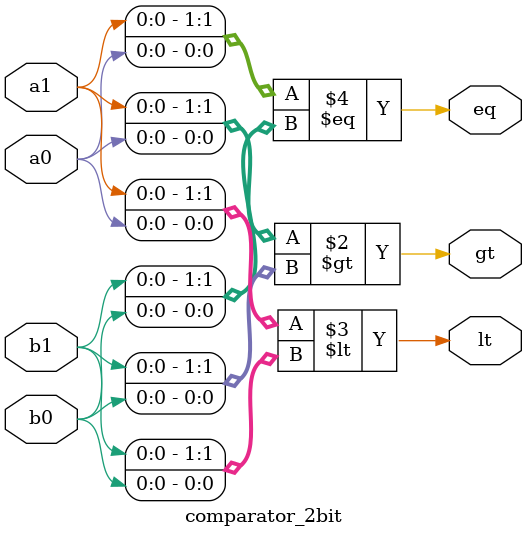
<source format=v>
module comparator_2bit(a0,a1,b0,b1,gt,lt,eq);
input a0,a1,b0,b1;
output reg gt,lt,eq;
always @(*)
begin
gt=( {a1,a0} > {b1,b0} ); //concatenating the bits for 2 bits
lt=( {a1,a0} < {b1,b0} ); //relational opers whose op is boolean,true--1,false==0
eq=( {a1,a0} == {b1,b0} );//those values are directly stored here
$display("{a1,a0}={%b,%b} when compared with {b1,b0}={%b,%b} gives gt=%b,lt=%b,eq=%b",a1,a0,b1,b1,b0,gt,lt,eq);
end
endmodule

</source>
